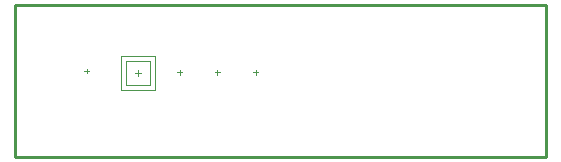
<source format=gbo>
G04 Layer_Color=32896*
%FSLAX44Y44*%
%MOMM*%
G71*
G01*
G75*
%ADD18C,0.1000*%
%ADD19C,0.2540*%
%ADD20C,0.0500*%
D18*
X81000Y90251D02*
Y94251D01*
X79000Y92251D02*
X83000D01*
X159750Y89000D02*
Y93000D01*
X157750Y91000D02*
X161750D01*
X191750Y89000D02*
Y93000D01*
X189750Y91000D02*
X193750D01*
X224000Y89000D02*
Y93000D01*
X222000Y91000D02*
X226000D01*
X134750Y80751D02*
Y100751D01*
X114750Y80751D02*
X134750D01*
X114750D02*
Y100751D01*
X134750D01*
X122250Y90751D02*
X127250D01*
X124750Y88250D02*
Y93251D01*
D19*
X20250Y148000D02*
X470250D01*
Y20000D02*
Y148000D01*
X470000Y19750D02*
X470250Y20000D01*
X20500Y19750D02*
X470000D01*
X20250Y20000D02*
X20500Y19750D01*
X20250Y20000D02*
Y148000D01*
D20*
X139000Y76500D02*
Y105001D01*
X110500Y76500D02*
X139000D01*
X110500D02*
Y105001D01*
X139000D01*
M02*

</source>
